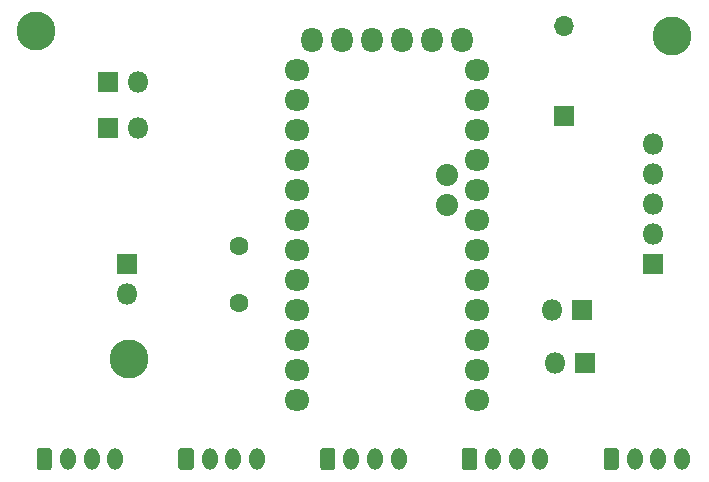
<source format=gbr>
%TF.GenerationSoftware,KiCad,Pcbnew,(5.0.0)*%
%TF.CreationDate,2021-11-23T11:21:32+01:00*%
%TF.ProjectId,PlacaSlave3AGesinen,506C616361536C617665334147657369,rev?*%
%TF.SameCoordinates,Original*%
%TF.FileFunction,Soldermask,Bot*%
%TF.FilePolarity,Negative*%
%FSLAX46Y46*%
G04 Gerber Fmt 4.6, Leading zero omitted, Abs format (unit mm)*
G04 Created by KiCad (PCBNEW (5.0.0)) date 11/23/21 11:21:32*
%MOMM*%
%LPD*%
G01*
G04 APERTURE LIST*
%ADD10C,1.878000*%
%ADD11O,2.132000X1.827200*%
%ADD12O,1.827200X2.132000*%
%ADD13R,1.800000X1.800000*%
%ADD14O,1.800000X1.800000*%
%ADD15O,1.300000X1.850000*%
%ADD16C,0.100000*%
%ADD17C,1.300000*%
%ADD18C,1.600000*%
%ADD19C,3.300000*%
%ADD20R,1.700000X1.700000*%
%ADD21O,1.700000X1.700000*%
G04 APERTURE END LIST*
D10*
%TO.C,P3*%
X151130000Y-93980000D03*
X151130000Y-96520000D03*
%TD*%
D11*
%TO.C,P1*%
X138430000Y-85090000D03*
X138430000Y-87630000D03*
X138430000Y-90170000D03*
X138430000Y-92710000D03*
X138430000Y-95250000D03*
X138430000Y-97790000D03*
X138430000Y-100330000D03*
X138430000Y-102870000D03*
X138430000Y-105410000D03*
X138430000Y-107950000D03*
X138430000Y-110490000D03*
X138430000Y-113030000D03*
%TD*%
D12*
%TO.C,P2*%
X139700000Y-82550000D03*
X142240000Y-82550000D03*
X144780000Y-82550000D03*
X147320000Y-82550000D03*
X149860000Y-82550000D03*
X152400000Y-82550000D03*
%TD*%
D11*
%TO.C,P4*%
X153670000Y-85090000D03*
X153670000Y-87630000D03*
X153670000Y-90170000D03*
X153670000Y-92710000D03*
X153670000Y-95250000D03*
X153670000Y-97790000D03*
X153670000Y-100330000D03*
X153670000Y-102870000D03*
X153670000Y-105410000D03*
X153670000Y-107950000D03*
X153670000Y-110490000D03*
X153670000Y-113030000D03*
%TD*%
D13*
%TO.C,J1*%
X124000000Y-101460000D03*
D14*
X124000000Y-104000000D03*
%TD*%
%TO.C,JP1*%
X124904500Y-86042500D03*
D13*
X122364500Y-86042500D03*
%TD*%
%TO.C,JP2*%
X122364500Y-89979500D03*
D14*
X124904500Y-89979500D03*
%TD*%
D15*
%TO.C,S1*%
X123000000Y-118000000D03*
X121000000Y-118000000D03*
X119000000Y-118000000D03*
D16*
G36*
X117405714Y-117076304D02*
X117432005Y-117080204D01*
X117457786Y-117086662D01*
X117482811Y-117095616D01*
X117506837Y-117106980D01*
X117529634Y-117120643D01*
X117550982Y-117136476D01*
X117570675Y-117154325D01*
X117588524Y-117174018D01*
X117604357Y-117195366D01*
X117618020Y-117218163D01*
X117629384Y-117242189D01*
X117638338Y-117267214D01*
X117644796Y-117292995D01*
X117648696Y-117319286D01*
X117650000Y-117345832D01*
X117650000Y-118654168D01*
X117648696Y-118680714D01*
X117644796Y-118707005D01*
X117638338Y-118732786D01*
X117629384Y-118757811D01*
X117618020Y-118781837D01*
X117604357Y-118804634D01*
X117588524Y-118825982D01*
X117570675Y-118845675D01*
X117550982Y-118863524D01*
X117529634Y-118879357D01*
X117506837Y-118893020D01*
X117482811Y-118904384D01*
X117457786Y-118913338D01*
X117432005Y-118919796D01*
X117405714Y-118923696D01*
X117379168Y-118925000D01*
X116620832Y-118925000D01*
X116594286Y-118923696D01*
X116567995Y-118919796D01*
X116542214Y-118913338D01*
X116517189Y-118904384D01*
X116493163Y-118893020D01*
X116470366Y-118879357D01*
X116449018Y-118863524D01*
X116429325Y-118845675D01*
X116411476Y-118825982D01*
X116395643Y-118804634D01*
X116381980Y-118781837D01*
X116370616Y-118757811D01*
X116361662Y-118732786D01*
X116355204Y-118707005D01*
X116351304Y-118680714D01*
X116350000Y-118654168D01*
X116350000Y-117345832D01*
X116351304Y-117319286D01*
X116355204Y-117292995D01*
X116361662Y-117267214D01*
X116370616Y-117242189D01*
X116381980Y-117218163D01*
X116395643Y-117195366D01*
X116411476Y-117174018D01*
X116429325Y-117154325D01*
X116449018Y-117136476D01*
X116470366Y-117120643D01*
X116493163Y-117106980D01*
X116517189Y-117095616D01*
X116542214Y-117086662D01*
X116567995Y-117080204D01*
X116594286Y-117076304D01*
X116620832Y-117075000D01*
X117379168Y-117075000D01*
X117405714Y-117076304D01*
X117405714Y-117076304D01*
G37*
D17*
X117000000Y-118000000D03*
%TD*%
D16*
%TO.C,S3*%
G36*
X153405714Y-117076304D02*
X153432005Y-117080204D01*
X153457786Y-117086662D01*
X153482811Y-117095616D01*
X153506837Y-117106980D01*
X153529634Y-117120643D01*
X153550982Y-117136476D01*
X153570675Y-117154325D01*
X153588524Y-117174018D01*
X153604357Y-117195366D01*
X153618020Y-117218163D01*
X153629384Y-117242189D01*
X153638338Y-117267214D01*
X153644796Y-117292995D01*
X153648696Y-117319286D01*
X153650000Y-117345832D01*
X153650000Y-118654168D01*
X153648696Y-118680714D01*
X153644796Y-118707005D01*
X153638338Y-118732786D01*
X153629384Y-118757811D01*
X153618020Y-118781837D01*
X153604357Y-118804634D01*
X153588524Y-118825982D01*
X153570675Y-118845675D01*
X153550982Y-118863524D01*
X153529634Y-118879357D01*
X153506837Y-118893020D01*
X153482811Y-118904384D01*
X153457786Y-118913338D01*
X153432005Y-118919796D01*
X153405714Y-118923696D01*
X153379168Y-118925000D01*
X152620832Y-118925000D01*
X152594286Y-118923696D01*
X152567995Y-118919796D01*
X152542214Y-118913338D01*
X152517189Y-118904384D01*
X152493163Y-118893020D01*
X152470366Y-118879357D01*
X152449018Y-118863524D01*
X152429325Y-118845675D01*
X152411476Y-118825982D01*
X152395643Y-118804634D01*
X152381980Y-118781837D01*
X152370616Y-118757811D01*
X152361662Y-118732786D01*
X152355204Y-118707005D01*
X152351304Y-118680714D01*
X152350000Y-118654168D01*
X152350000Y-117345832D01*
X152351304Y-117319286D01*
X152355204Y-117292995D01*
X152361662Y-117267214D01*
X152370616Y-117242189D01*
X152381980Y-117218163D01*
X152395643Y-117195366D01*
X152411476Y-117174018D01*
X152429325Y-117154325D01*
X152449018Y-117136476D01*
X152470366Y-117120643D01*
X152493163Y-117106980D01*
X152517189Y-117095616D01*
X152542214Y-117086662D01*
X152567995Y-117080204D01*
X152594286Y-117076304D01*
X152620832Y-117075000D01*
X153379168Y-117075000D01*
X153405714Y-117076304D01*
X153405714Y-117076304D01*
G37*
D17*
X153000000Y-118000000D03*
D15*
X155000000Y-118000000D03*
X157000000Y-118000000D03*
X159000000Y-118000000D03*
%TD*%
D16*
%TO.C,S4*%
G36*
X129405714Y-117076304D02*
X129432005Y-117080204D01*
X129457786Y-117086662D01*
X129482811Y-117095616D01*
X129506837Y-117106980D01*
X129529634Y-117120643D01*
X129550982Y-117136476D01*
X129570675Y-117154325D01*
X129588524Y-117174018D01*
X129604357Y-117195366D01*
X129618020Y-117218163D01*
X129629384Y-117242189D01*
X129638338Y-117267214D01*
X129644796Y-117292995D01*
X129648696Y-117319286D01*
X129650000Y-117345832D01*
X129650000Y-118654168D01*
X129648696Y-118680714D01*
X129644796Y-118707005D01*
X129638338Y-118732786D01*
X129629384Y-118757811D01*
X129618020Y-118781837D01*
X129604357Y-118804634D01*
X129588524Y-118825982D01*
X129570675Y-118845675D01*
X129550982Y-118863524D01*
X129529634Y-118879357D01*
X129506837Y-118893020D01*
X129482811Y-118904384D01*
X129457786Y-118913338D01*
X129432005Y-118919796D01*
X129405714Y-118923696D01*
X129379168Y-118925000D01*
X128620832Y-118925000D01*
X128594286Y-118923696D01*
X128567995Y-118919796D01*
X128542214Y-118913338D01*
X128517189Y-118904384D01*
X128493163Y-118893020D01*
X128470366Y-118879357D01*
X128449018Y-118863524D01*
X128429325Y-118845675D01*
X128411476Y-118825982D01*
X128395643Y-118804634D01*
X128381980Y-118781837D01*
X128370616Y-118757811D01*
X128361662Y-118732786D01*
X128355204Y-118707005D01*
X128351304Y-118680714D01*
X128350000Y-118654168D01*
X128350000Y-117345832D01*
X128351304Y-117319286D01*
X128355204Y-117292995D01*
X128361662Y-117267214D01*
X128370616Y-117242189D01*
X128381980Y-117218163D01*
X128395643Y-117195366D01*
X128411476Y-117174018D01*
X128429325Y-117154325D01*
X128449018Y-117136476D01*
X128470366Y-117120643D01*
X128493163Y-117106980D01*
X128517189Y-117095616D01*
X128542214Y-117086662D01*
X128567995Y-117080204D01*
X128594286Y-117076304D01*
X128620832Y-117075000D01*
X129379168Y-117075000D01*
X129405714Y-117076304D01*
X129405714Y-117076304D01*
G37*
D17*
X129000000Y-118000000D03*
D15*
X131000000Y-118000000D03*
X133000000Y-118000000D03*
X135000000Y-118000000D03*
%TD*%
%TO.C,S5*%
X171000000Y-118000000D03*
X169000000Y-118000000D03*
X167000000Y-118000000D03*
D16*
G36*
X165405714Y-117076304D02*
X165432005Y-117080204D01*
X165457786Y-117086662D01*
X165482811Y-117095616D01*
X165506837Y-117106980D01*
X165529634Y-117120643D01*
X165550982Y-117136476D01*
X165570675Y-117154325D01*
X165588524Y-117174018D01*
X165604357Y-117195366D01*
X165618020Y-117218163D01*
X165629384Y-117242189D01*
X165638338Y-117267214D01*
X165644796Y-117292995D01*
X165648696Y-117319286D01*
X165650000Y-117345832D01*
X165650000Y-118654168D01*
X165648696Y-118680714D01*
X165644796Y-118707005D01*
X165638338Y-118732786D01*
X165629384Y-118757811D01*
X165618020Y-118781837D01*
X165604357Y-118804634D01*
X165588524Y-118825982D01*
X165570675Y-118845675D01*
X165550982Y-118863524D01*
X165529634Y-118879357D01*
X165506837Y-118893020D01*
X165482811Y-118904384D01*
X165457786Y-118913338D01*
X165432005Y-118919796D01*
X165405714Y-118923696D01*
X165379168Y-118925000D01*
X164620832Y-118925000D01*
X164594286Y-118923696D01*
X164567995Y-118919796D01*
X164542214Y-118913338D01*
X164517189Y-118904384D01*
X164493163Y-118893020D01*
X164470366Y-118879357D01*
X164449018Y-118863524D01*
X164429325Y-118845675D01*
X164411476Y-118825982D01*
X164395643Y-118804634D01*
X164381980Y-118781837D01*
X164370616Y-118757811D01*
X164361662Y-118732786D01*
X164355204Y-118707005D01*
X164351304Y-118680714D01*
X164350000Y-118654168D01*
X164350000Y-117345832D01*
X164351304Y-117319286D01*
X164355204Y-117292995D01*
X164361662Y-117267214D01*
X164370616Y-117242189D01*
X164381980Y-117218163D01*
X164395643Y-117195366D01*
X164411476Y-117174018D01*
X164429325Y-117154325D01*
X164449018Y-117136476D01*
X164470366Y-117120643D01*
X164493163Y-117106980D01*
X164517189Y-117095616D01*
X164542214Y-117086662D01*
X164567995Y-117080204D01*
X164594286Y-117076304D01*
X164620832Y-117075000D01*
X165379168Y-117075000D01*
X165405714Y-117076304D01*
X165405714Y-117076304D01*
G37*
D17*
X165000000Y-118000000D03*
%TD*%
D16*
%TO.C,S6*%
G36*
X141405714Y-117076304D02*
X141432005Y-117080204D01*
X141457786Y-117086662D01*
X141482811Y-117095616D01*
X141506837Y-117106980D01*
X141529634Y-117120643D01*
X141550982Y-117136476D01*
X141570675Y-117154325D01*
X141588524Y-117174018D01*
X141604357Y-117195366D01*
X141618020Y-117218163D01*
X141629384Y-117242189D01*
X141638338Y-117267214D01*
X141644796Y-117292995D01*
X141648696Y-117319286D01*
X141650000Y-117345832D01*
X141650000Y-118654168D01*
X141648696Y-118680714D01*
X141644796Y-118707005D01*
X141638338Y-118732786D01*
X141629384Y-118757811D01*
X141618020Y-118781837D01*
X141604357Y-118804634D01*
X141588524Y-118825982D01*
X141570675Y-118845675D01*
X141550982Y-118863524D01*
X141529634Y-118879357D01*
X141506837Y-118893020D01*
X141482811Y-118904384D01*
X141457786Y-118913338D01*
X141432005Y-118919796D01*
X141405714Y-118923696D01*
X141379168Y-118925000D01*
X140620832Y-118925000D01*
X140594286Y-118923696D01*
X140567995Y-118919796D01*
X140542214Y-118913338D01*
X140517189Y-118904384D01*
X140493163Y-118893020D01*
X140470366Y-118879357D01*
X140449018Y-118863524D01*
X140429325Y-118845675D01*
X140411476Y-118825982D01*
X140395643Y-118804634D01*
X140381980Y-118781837D01*
X140370616Y-118757811D01*
X140361662Y-118732786D01*
X140355204Y-118707005D01*
X140351304Y-118680714D01*
X140350000Y-118654168D01*
X140350000Y-117345832D01*
X140351304Y-117319286D01*
X140355204Y-117292995D01*
X140361662Y-117267214D01*
X140370616Y-117242189D01*
X140381980Y-117218163D01*
X140395643Y-117195366D01*
X140411476Y-117174018D01*
X140429325Y-117154325D01*
X140449018Y-117136476D01*
X140470366Y-117120643D01*
X140493163Y-117106980D01*
X140517189Y-117095616D01*
X140542214Y-117086662D01*
X140567995Y-117080204D01*
X140594286Y-117076304D01*
X140620832Y-117075000D01*
X141379168Y-117075000D01*
X141405714Y-117076304D01*
X141405714Y-117076304D01*
G37*
D17*
X141000000Y-118000000D03*
D15*
X143000000Y-118000000D03*
X145000000Y-118000000D03*
X147000000Y-118000000D03*
%TD*%
D18*
%TO.C,Y1*%
X133477000Y-99949000D03*
X133477000Y-104829000D03*
%TD*%
D13*
%TO.C,JP3*%
X162560000Y-105346500D03*
D14*
X160020000Y-105346500D03*
%TD*%
%TO.C,JP4*%
X160210500Y-109855000D03*
D13*
X162750500Y-109855000D03*
%TD*%
%TO.C,S2*%
X168529000Y-101473000D03*
D14*
X168529000Y-98933000D03*
X168529000Y-96393000D03*
X168529000Y-93853000D03*
X168529000Y-91313000D03*
%TD*%
D19*
%TO.C,MH1*%
X116332000Y-81737200D03*
%TD*%
%TO.C,MH2*%
X170180000Y-82194400D03*
%TD*%
%TO.C,MH3*%
X124206000Y-109575600D03*
%TD*%
D20*
%TO.C,SW1*%
X161000000Y-89000000D03*
D21*
X161000000Y-81380000D03*
%TD*%
M02*

</source>
